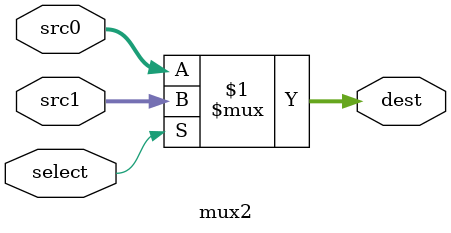
<source format=v>
module mux2 (
    input           select,
    input  [31:0]  src0, src1,
    output [31:0]  dest
);
    assign dest = select ? src1 : src0;

endmodule
</source>
